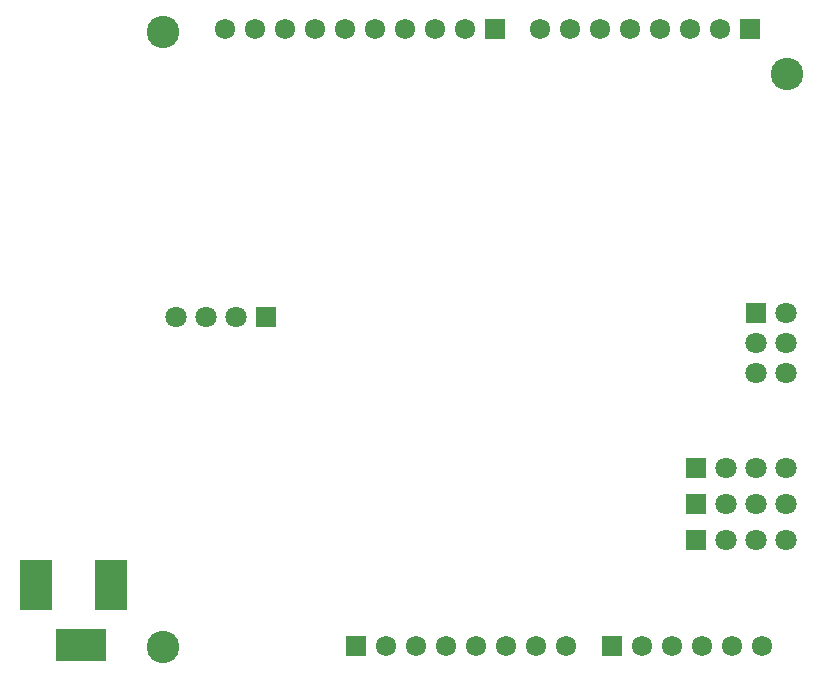
<source format=gbs>
G04*
G04 #@! TF.GenerationSoftware,Altium Limited,Altium Designer,21.2.1 (34)*
G04*
G04 Layer_Color=16711935*
%FSLAX24Y24*%
%MOIN*%
G70*
G04*
G04 #@! TF.SameCoordinates,2A4B76D5-AD1C-46BA-8FB2-2B46C924C6B9*
G04*
G04*
G04 #@! TF.FilePolarity,Negative*
G04*
G01*
G75*
%ADD62C,0.1080*%
%ADD63R,0.0678X0.0678*%
%ADD64C,0.0678*%
%ADD65R,0.0710X0.0710*%
%ADD66C,0.0710*%
%ADD67R,0.0710X0.0710*%
%ADD68R,0.1080X0.1680*%
%ADD69R,0.1680X0.1080*%
D62*
X31980Y42630D02*
D03*
Y22140D02*
D03*
X52770Y41240D02*
D03*
D63*
X51560Y42740D02*
D03*
X43050D02*
D03*
X46950Y22150D02*
D03*
X38410D02*
D03*
D64*
X50560Y42740D02*
D03*
X49560D02*
D03*
X48560D02*
D03*
X47560D02*
D03*
X46560D02*
D03*
X45560D02*
D03*
X44560D02*
D03*
X41050D02*
D03*
X34050D02*
D03*
X35050D02*
D03*
X36050D02*
D03*
X37050D02*
D03*
X38050D02*
D03*
X39050D02*
D03*
X40050D02*
D03*
X42050D02*
D03*
X51950Y22150D02*
D03*
X50950D02*
D03*
X49950D02*
D03*
X48950D02*
D03*
X47950D02*
D03*
X39410D02*
D03*
X40410D02*
D03*
X41410D02*
D03*
X42410D02*
D03*
X43410D02*
D03*
X44410D02*
D03*
X45410D02*
D03*
D65*
X49750Y25690D02*
D03*
X49740Y26880D02*
D03*
X35420Y33140D02*
D03*
X49740Y28080D02*
D03*
D66*
X50750Y25690D02*
D03*
X51750D02*
D03*
X52750D02*
D03*
X50740Y26880D02*
D03*
X51740D02*
D03*
X52740D02*
D03*
X34420Y33140D02*
D03*
X33420D02*
D03*
X32420D02*
D03*
X50740Y28080D02*
D03*
X51740D02*
D03*
X52740D02*
D03*
X52750Y33260D02*
D03*
Y32260D02*
D03*
Y31260D02*
D03*
X51750Y32260D02*
D03*
Y31260D02*
D03*
D67*
Y33260D02*
D03*
D68*
X30240Y24200D02*
D03*
X27740D02*
D03*
D69*
X29240Y22200D02*
D03*
M02*

</source>
